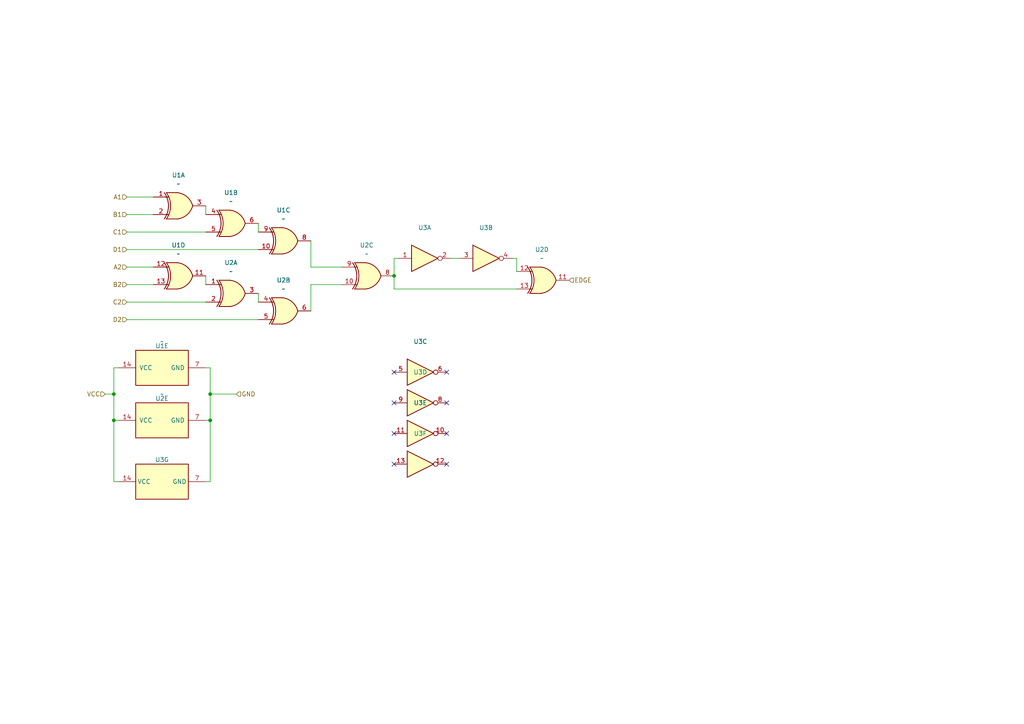
<source format=kicad_sch>
(kicad_sch (version 20211123) (generator eeschema)
  (paper "A4")
  (lib_symbols
    (symbol "74xx:74LS04"
      (property "Reference" "U" (at 0 1.27 0))
      (property "Value" "74LS04" (at 0 -1.27 0))
      (symbol "74LS04_1_0"
        (polyline (pts (xy -3.81 3.81) (xy -3.81 -3.81) (xy 3.81 0) (xy -3.81 3.81)) (stroke (width 0.254)) (fill (type background)))
        (pin input line (at -7.62 0 0) (length 3.81) (name "~") (number "1"))
        (pin output inverted (at 7.62 0 180) (length 3.81) (name "~") (number "2"))
      )
      (symbol "74LS04_2_0"
        (polyline (pts (xy -3.81 3.81) (xy -3.81 -3.81) (xy 3.81 0) (xy -3.81 3.81)) (stroke (width 0.254)) (fill (type background)))
        (pin input line (at -7.62 0 0) (length 3.81) (name "~") (number "3"))
        (pin output inverted (at 7.62 0 180) (length 3.81) (name "~") (number "4"))
      )
      (symbol "74LS04_3_0"
        (polyline (pts (xy -3.81 3.81) (xy -3.81 -3.81) (xy 3.81 0) (xy -3.81 3.81)) (stroke (width 0.254)) (fill (type background)))
        (pin input line (at -7.62 0 0) (length 3.81) (name "~") (number "5"))
        (pin output inverted (at 7.62 0 180) (length 3.81) (name "~") (number "6"))
      )
      (symbol "74LS04_4_0"
        (polyline (pts (xy -3.81 3.81) (xy -3.81 -3.81) (xy 3.81 0) (xy -3.81 3.81)) (stroke (width 0.254)) (fill (type background)))
        (pin output inverted (at 7.62 0 180) (length 3.81) (name "~") (number "8"))
        (pin input line (at -7.62 0 0) (length 3.81) (name "~") (number "9"))
      )
      (symbol "74LS04_5_0"
        (polyline (pts (xy -3.81 3.81) (xy -3.81 -3.81) (xy 3.81 0) (xy -3.81 3.81)) (stroke (width 0.254)) (fill (type background)))
        (pin output inverted (at 7.62 0 180) (length 3.81) (name "~") (number "10"))
        (pin input line (at -7.62 0 0) (length 3.81) (name "~") (number "11"))
      )
      (symbol "74LS04_6_0"
        (polyline (pts (xy -3.81 3.81) (xy -3.81 -3.81) (xy 3.81 0) (xy -3.81 3.81)) (stroke (width 0.254)) (fill (type background)))
        (pin output inverted (at 7.62 0 180) (length 3.81) (name "~") (number "12"))
        (pin input line (at -7.62 0 0) (length 3.81) (name "~") (number "13"))
      )
      (symbol "74LS04_7_0"
        (pin power_in line (at 0 12.7 270) (length 5.08) (name "VCC") (number "14"))
        (pin power_in line (at 0 -12.7 90) (length 5.08) (name "GND") (number "7"))
      )
      (symbol "74LS04_7_1"
        (rectangle (start -5.08 7.62) (end 5.08 -7.62) (stroke (width 0.254)) (fill (type background)))
      )
    )
    (symbol "74xx:74LS86" (pin_names (offset 1.016))
      (property "Reference" "U" (at 0 1.27 0))
      (property "Value" "74LS86" (at 0 -1.27 0))
      (symbol "74LS86_1_0"
        (arc (start -4.4196 -3.81) (mid -3.2033 0) (end -4.4196 3.81) (stroke (width 0.254)))
        (arc (start -3.81 -3.81) (mid -2.589 0) (end -3.81 3.81) (stroke (width 0.254)))
        (arc (start -0.6096 -3.81) (mid 2.1842 -2.5851) (end 3.81 0) (stroke (width 0.254)) (fill (type background)))
        (polyline (pts (xy -3.81 -3.81) (xy -0.635 -3.81)) (stroke (width 0.254)) (fill (type background)))
        (polyline (pts (xy -3.81 3.81) (xy -0.635 3.81)) (stroke (width 0.254)) (fill (type background)))
        (polyline (pts (xy -0.635 3.81) (xy -3.81 3.81) (xy -3.81 3.81) (xy -3.556 3.4036) (xy -3.0226 2.2606) (xy -2.6924 1.0414) (xy -2.6162 -0.254) (xy -2.7686 -1.4986) (xy -3.175 -2.7178) (xy -3.81 -3.81) (xy -3.81 -3.81) (xy -0.635 -3.81)) (stroke (width -25.4)) (fill (type background)))
        (arc (start 3.81 0) (mid 2.1915 2.5936) (end -0.6096 3.81) (stroke (width 0.254)) (fill (type background)))
        (pin input line (at -7.62 2.54 0) (length 4.445) (name "~") (number "1"))
        (pin input line (at -7.62 -2.54 0) (length 4.445) (name "~") (number "2"))
        (pin output line (at 7.62 0 180) (length 3.81) (name "~") (number "3"))
      )
      (symbol "74LS86_1_1"
        (polyline (pts (xy -3.81 -2.54) (xy -3.175 -2.54)) (stroke (width 0.1524)))
        (polyline (pts (xy -3.81 2.54) (xy -3.175 2.54)) (stroke (width 0.1524)))
      )
      (symbol "74LS86_2_0"
        (arc (start -4.4196 -3.81) (mid -3.2033 0) (end -4.4196 3.81) (stroke (width 0.254)))
        (arc (start -3.81 -3.81) (mid -2.589 0) (end -3.81 3.81) (stroke (width 0.254)))
        (arc (start -0.6096 -3.81) (mid 2.1842 -2.5851) (end 3.81 0) (stroke (width 0.254)) (fill (type background)))
        (polyline (pts (xy -3.81 -3.81) (xy -0.635 -3.81)) (stroke (width 0.254)) (fill (type background)))
        (polyline (pts (xy -3.81 3.81) (xy -0.635 3.81)) (stroke (width 0.254)) (fill (type background)))
        (polyline (pts (xy -0.635 3.81) (xy -3.81 3.81) (xy -3.81 3.81) (xy -3.556 3.4036) (xy -3.0226 2.2606) (xy -2.6924 1.0414) (xy -2.6162 -0.254) (xy -2.7686 -1.4986) (xy -3.175 -2.7178) (xy -3.81 -3.81) (xy -3.81 -3.81) (xy -0.635 -3.81)) (stroke (width -25.4)) (fill (type background)))
        (arc (start 3.81 0) (mid 2.1915 2.5936) (end -0.6096 3.81) (stroke (width 0.254)) (fill (type background)))
        (pin input line (at -7.62 2.54 0) (length 4.445) (name "~") (number "4"))
        (pin input line (at -7.62 -2.54 0) (length 4.445) (name "~") (number "5"))
        (pin output line (at 7.62 0 180) (length 3.81) (name "~") (number "6"))
      )
      (symbol "74LS86_2_1"
        (polyline (pts (xy -3.81 -2.54) (xy -3.175 -2.54)) (stroke (width 0.1524)))
        (polyline (pts (xy -3.81 2.54) (xy -3.175 2.54)) (stroke (width 0.1524)))
      )
      (symbol "74LS86_3_0"
        (arc (start -4.4196 -3.81) (mid -3.2033 0) (end -4.4196 3.81) (stroke (width 0.254)))
        (arc (start -3.81 -3.81) (mid -2.589 0) (end -3.81 3.81) (stroke (width 0.254)))
        (arc (start -0.6096 -3.81) (mid 2.1842 -2.5851) (end 3.81 0) (stroke (width 0.254)) (fill (type background)))
        (polyline (pts (xy -3.81 -3.81) (xy -0.635 -3.81)) (stroke (width 0.254)) (fill (type background)))
        (polyline (pts (xy -3.81 3.81) (xy -0.635 3.81)) (stroke (width 0.254)) (fill (type background)))
        (polyline (pts (xy -0.635 3.81) (xy -3.81 3.81) (xy -3.81 3.81) (xy -3.556 3.4036) (xy -3.0226 2.2606) (xy -2.6924 1.0414) (xy -2.6162 -0.254) (xy -2.7686 -1.4986) (xy -3.175 -2.7178) (xy -3.81 -3.81) (xy -3.81 -3.81) (xy -0.635 -3.81)) (stroke (width -25.4)) (fill (type background)))
        (arc (start 3.81 0) (mid 2.1915 2.5936) (end -0.6096 3.81) (stroke (width 0.254)) (fill (type background)))
        (pin input line (at -7.62 -2.54 0) (length 4.445) (name "~") (number "10"))
        (pin output line (at 7.62 0 180) (length 3.81) (name "~") (number "8"))
        (pin input line (at -7.62 2.54 0) (length 4.445) (name "~") (number "9"))
      )
      (symbol "74LS86_3_1"
        (polyline (pts (xy -3.81 -2.54) (xy -3.175 -2.54)) (stroke (width 0.1524)))
        (polyline (pts (xy -3.81 2.54) (xy -3.175 2.54)) (stroke (width 0.1524)))
      )
      (symbol "74LS86_4_0"
        (arc (start -4.4196 -3.81) (mid -3.2033 0) (end -4.4196 3.81) (stroke (width 0.254)))
        (arc (start -3.81 -3.81) (mid -2.589 0) (end -3.81 3.81) (stroke (width 0.254)))
        (arc (start -0.6096 -3.81) (mid 2.1842 -2.5851) (end 3.81 0) (stroke (width 0.254)) (fill (type background)))
        (polyline (pts (xy -3.81 -3.81) (xy -0.635 -3.81)) (stroke (width 0.254)) (fill (type background)))
        (polyline (pts (xy -3.81 3.81) (xy -0.635 3.81)) (stroke (width 0.254)) (fill (type background)))
        (polyline (pts (xy -0.635 3.81) (xy -3.81 3.81) (xy -3.81 3.81) (xy -3.556 3.4036) (xy -3.0226 2.2606) (xy -2.6924 1.0414) (xy -2.6162 -0.254) (xy -2.7686 -1.4986) (xy -3.175 -2.7178) (xy -3.81 -3.81) (xy -3.81 -3.81) (xy -0.635 -3.81)) (stroke (width -25.4)) (fill (type background)))
        (arc (start 3.81 0) (mid 2.1915 2.5936) (end -0.6096 3.81) (stroke (width 0.254)) (fill (type background)))
        (pin output line (at 7.62 0 180) (length 3.81) (name "~") (number "11"))
        (pin input line (at -7.62 2.54 0) (length 4.445) (name "~") (number "12"))
        (pin input line (at -7.62 -2.54 0) (length 4.445) (name "~") (number "13"))
      )
      (symbol "74LS86_4_1"
        (polyline (pts (xy -3.81 -2.54) (xy -3.175 -2.54)) (stroke (width 0.1524)))
        (polyline (pts (xy -3.81 2.54) (xy -3.175 2.54)) (stroke (width 0.1524)))
      )
      (symbol "74LS86_5_0"
        (pin power_in line (at 0 12.7 270) (length 5.08) (name "VCC") (number "14"))
        (pin power_in line (at 0 -12.7 90) (length 5.08) (name "GND") (number "7"))
      )
      (symbol "74LS86_5_1"
        (rectangle (start -5.08 7.62) (end 5.08 -7.62) (stroke (width 0.254)) (fill (type background)))
      )
    )
  )
  (junction (at 33.02 114.3))
  (junction (at 114.3 80.01))
  (junction (at 60.96 114.3))
  (junction (at 60.96 121.92))
  (junction (at 33.02 121.92))
  (no_connect (at 114.3 107.95))
  (no_connect (at 129.54 107.95))
  (no_connect (at 114.3 116.84))
  (no_connect (at 129.54 116.84))
  (no_connect (at 114.3 125.73))
  (no_connect (at 129.54 125.73))
  (no_connect (at 114.3 134.62))
  (no_connect (at 129.54 134.62))
  (wire (pts (xy 36.83 67.31) (xy 59.69 67.31)))
  (wire (pts (xy 60.96 106.68) (xy 60.96 114.3)))
  (wire (pts (xy 59.69 62.23) (xy 59.69 59.69)))
  (wire (pts (xy 33.02 114.3) (xy 33.02 106.68)))
  (wire (pts (xy 114.3 74.93) (xy 115.57 74.93)))
  (wire (pts (xy 114.3 80.01) (xy 114.3 74.93)))
  (wire (pts (xy 36.83 92.71) (xy 74.93 92.71)))
  (wire (pts (xy 60.96 121.92) (xy 59.69 121.92)))
  (wire (pts (xy 36.83 82.55) (xy 44.45 82.55)))
  (wire (pts (xy 60.96 121.92) (xy 60.96 139.7)))
  (wire (pts (xy 149.86 74.93) (xy 149.86 78.74)))
  (wire (pts (xy 33.02 139.7) (xy 34.29 139.7)))
  (wire (pts (xy 60.96 114.3) (xy 60.96 121.92)))
  (wire (pts (xy 90.17 77.47) (xy 99.06 77.47)))
  (wire (pts (xy 90.17 82.55) (xy 90.17 90.17)))
  (wire (pts (xy 36.83 57.15) (xy 44.45 57.15)))
  (wire (pts (xy 60.96 106.68) (xy 59.69 106.68)))
  (wire (pts (xy 33.02 121.92) (xy 34.29 121.92)))
  (wire (pts (xy 33.02 106.68) (xy 34.29 106.68)))
  (wire (pts (xy 33.02 121.92) (xy 33.02 139.7)))
  (wire (pts (xy 74.93 67.31) (xy 74.93 64.77)))
  (wire (pts (xy 59.69 82.55) (xy 59.69 80.01)))
  (wire (pts (xy 74.93 87.63) (xy 74.93 85.09)))
  (wire (pts (xy 60.96 139.7) (xy 59.69 139.7)))
  (wire (pts (xy 99.06 82.55) (xy 90.17 82.55)))
  (wire (pts (xy 60.96 114.3) (xy 68.58 114.3)))
  (wire (pts (xy 114.3 83.82) (xy 149.86 83.82)))
  (wire (pts (xy 36.83 87.63) (xy 59.69 87.63)))
  (wire (pts (xy 36.83 77.47) (xy 44.45 77.47)))
  (wire (pts (xy 36.83 72.39) (xy 74.93 72.39)))
  (wire (pts (xy 148.59 74.93) (xy 149.86 74.93)))
  (wire (pts (xy 114.3 83.82) (xy 114.3 80.01)))
  (wire (pts (xy 30.48 114.3) (xy 33.02 114.3)))
  (wire (pts (xy 130.81 74.93) (xy 133.35 74.93)))
  (wire (pts (xy 33.02 114.3) (xy 33.02 121.92)))
  (wire (pts (xy 36.83 62.23) (xy 44.45 62.23)))
  (wire (pts (xy 90.17 69.85) (xy 90.17 77.47)))
  (hierarchical_label "A2" (shape input) (at 36.83 77.47 180))
  (hierarchical_label "A1" (shape input) (at 36.83 57.15 180))
  (hierarchical_label "D1" (shape input) (at 36.83 72.39 180))
  (hierarchical_label "C1" (shape input) (at 36.83 67.31 180))
  (hierarchical_label "EDGE" (shape input) (at 165.1 81.28 0))
  (hierarchical_label "VCC" (shape input) (at 30.48 114.3 180))
  (hierarchical_label "C2" (shape input) (at 36.83 87.63 180))
  (hierarchical_label "D2" (shape input) (at 36.83 92.71 180))
  (hierarchical_label "B1" (shape input) (at 36.83 62.23 180))
  (hierarchical_label "GND" (shape input) (at 68.58 114.3 0))
  (hierarchical_label "B2" (shape input) (at 36.83 82.55 180))
  (symbol (lib_id "74xx:74LS04") (at 123.19 74.93 0) (unit 1)
    (property "Reference" "U3" (at 123.19 66.04 0))
    (property "Datasheet" "http://www.ti.com/lit/gpn/sn74LS04" (effects hide))
  )
  (symbol (lib_id "74xx:74LS86") (at 52.07 59.69 0) (unit 1)
    (property "Reference" "U1" (at 51.7652 50.8 0))
    (property "Value" "~" (at 51.7652 53.34 0))
    (property "Footprint" "Package_DIP:DIP-14_W7.62mm_Socket" (effects hide))
    (property "Datasheet" "74xx/74ls86.pdf" (effects hide))
  )
  (symbol (lib_id "74xx:74LS86") (at 157.48 81.28 0) (unit 4)
    (property "Reference" "U2" (at 157.1752 72.39 0))
    (property "Value" "~" (at 157.1752 74.93 0))
    (property "Footprint" "Package_DIP:DIP-14_W7.62mm_Socket" (effects hide))
    (property "Datasheet" "74xx/74ls86.pdf" (effects hide))
  )
  (symbol (lib_id "74xx:74LS86") (at 67.31 64.77 0) (unit 2)
    (property "Reference" "U1" (at 67.0052 55.88 0))
    (property "Value" "~" (at 67.0052 58.42 0))
    (property "Footprint" "Package_DIP:DIP-14_W7.62mm_Socket" (effects hide))
    (property "Datasheet" "74xx/74ls86.pdf" (effects hide))
  )
  (symbol (lib_id "74xx:74LS86") (at 67.31 85.09 0) (unit 1)
    (property "Reference" "U2" (at 67.0052 76.2 0))
    (property "Value" "~" (at 67.0052 78.74 0))
    (property "Footprint" "Package_DIP:DIP-14_W7.62mm_Socket" (effects hide))
    (property "Datasheet" "74xx/74ls86.pdf" (effects hide))
  )
  (symbol (lib_id "74xx:74LS04") (at 46.99 139.7 90) (unit 7)
    (property "Reference" "U3" (at 46.99 133.35 90))
    (property "Datasheet" "http://www.ti.com/lit/gpn/sn74LS04" (effects hide))
  )
  (symbol (lib_id "74xx:74LS86") (at 82.55 69.85 0) (unit 3)
    (property "Reference" "U1" (at 82.2452 60.96 0))
    (property "Value" "~" (at 82.2452 63.5 0))
    (property "Footprint" "Package_DIP:DIP-14_W7.62mm_Socket" (effects hide))
    (property "Datasheet" "74xx/74ls86.pdf" (effects hide))
  )
  (symbol (lib_id "74xx:74LS86") (at 46.99 106.68 90) (unit 5)
    (property "Reference" "U1" (at 46.99 100.33 90))
    (property "Value" "~" (at 46.99 99.06 90))
    (property "Footprint" "Package_DIP:DIP-14_W7.62mm_Socket" (effects hide))
    (property "Datasheet" "74xx/74ls86.pdf" (effects hide))
  )
  (symbol (lib_id "74xx:74LS04") (at 121.92 134.62 0) (unit 6)
    (property "Reference" "U3" (at 121.92 125.73 0))
    (property "Datasheet" "http://www.ti.com/lit/gpn/sn74LS04" (effects hide))
  )
  (symbol (lib_id "74xx:74LS86") (at 52.07 80.01 0) (unit 4)
    (property "Reference" "U1" (at 51.7652 71.12 0))
    (property "Value" "~" (at 51.7652 73.66 0))
    (property "Footprint" "Package_DIP:DIP-14_W7.62mm_Socket" (effects hide))
    (property "Datasheet" "74xx/74ls86.pdf" (effects hide))
  )
  (symbol (lib_id "74xx:74LS04") (at 121.92 116.84 0) (unit 4)
    (property "Reference" "U3" (at 121.92 107.95 0))
    (property "Datasheet" "http://www.ti.com/lit/gpn/sn74LS04" (effects hide))
  )
  (symbol (lib_id "74xx:74LS86") (at 82.55 90.17 0) (unit 2)
    (property "Reference" "U2" (at 82.2452 81.28 0))
    (property "Value" "~" (at 82.2452 83.82 0))
    (property "Footprint" "Package_DIP:DIP-14_W7.62mm_Socket" (effects hide))
    (property "Datasheet" "74xx/74ls86.pdf" (effects hide))
  )
  (symbol (lib_id "74xx:74LS86") (at 46.99 121.92 90) (unit 5)
    (property "Reference" "U2" (at 46.99 115.57 90))
    (property "Value" "~" (at 46.99 114.3 90))
    (property "Footprint" "Package_DIP:DIP-14_W7.62mm_Socket" (effects hide))
    (property "Datasheet" "74xx/74ls86.pdf" (effects hide))
  )
  (symbol (lib_id "74xx:74LS86") (at 106.68 80.01 0) (unit 3)
    (property "Reference" "U2" (at 106.3752 71.12 0))
    (property "Value" "~" (at 106.3752 73.66 0))
    (property "Footprint" "Package_DIP:DIP-14_W7.62mm_Socket" (effects hide))
    (property "Datasheet" "74xx/74ls86.pdf" (effects hide))
  )
  (symbol (lib_id "74xx:74LS04") (at 121.92 107.95 0) (unit 3)
    (property "Reference" "U3" (at 121.92 99.06 0))
    (property "Datasheet" "http://www.ti.com/lit/gpn/sn74LS04" (effects hide))
  )
  (symbol (lib_id "74xx:74LS04") (at 121.92 125.73 0) (unit 5)
    (property "Reference" "U3" (at 121.92 116.84 0))
    (property "Datasheet" "http://www.ti.com/lit/gpn/sn74LS04" (effects hide))
  )
  (symbol (lib_id "74xx:74LS04") (at 140.97 74.93 0) (unit 2)
    (property "Reference" "U3" (at 140.97 66.04 0))
    (property "Datasheet" "http://www.ti.com/lit/gpn/sn74LS04" (effects hide))
  )
)
</source>
